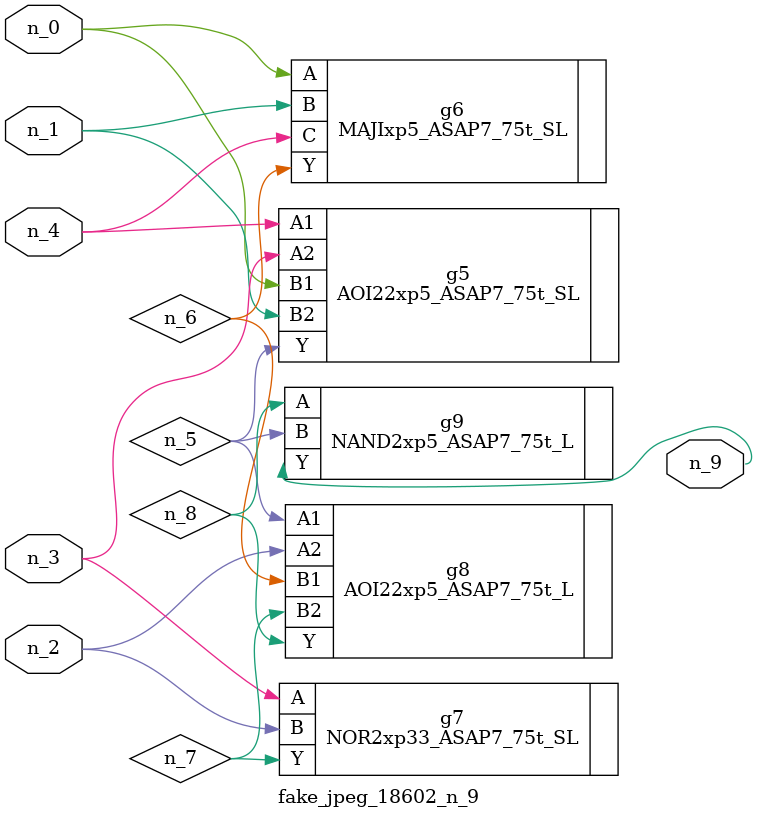
<source format=v>
module fake_jpeg_18602_n_9 (n_3, n_2, n_1, n_0, n_4, n_9);

input n_3;
input n_2;
input n_1;
input n_0;
input n_4;

output n_9;

wire n_8;
wire n_6;
wire n_5;
wire n_7;

AOI22xp5_ASAP7_75t_SL g5 ( 
.A1(n_4),
.A2(n_3),
.B1(n_0),
.B2(n_1),
.Y(n_5)
);

MAJIxp5_ASAP7_75t_SL g6 ( 
.A(n_0),
.B(n_1),
.C(n_4),
.Y(n_6)
);

NOR2xp33_ASAP7_75t_SL g7 ( 
.A(n_3),
.B(n_2),
.Y(n_7)
);

AOI22xp5_ASAP7_75t_L g8 ( 
.A1(n_5),
.A2(n_2),
.B1(n_6),
.B2(n_7),
.Y(n_8)
);

NAND2xp5_ASAP7_75t_L g9 ( 
.A(n_8),
.B(n_5),
.Y(n_9)
);


endmodule
</source>
